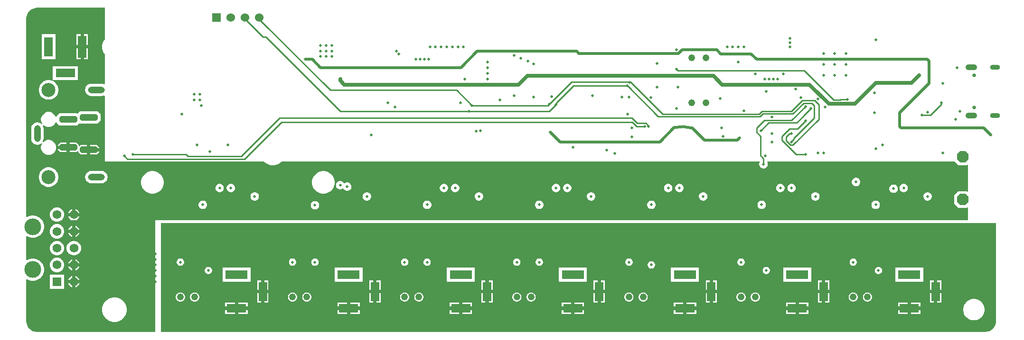
<source format=gbl>
G04*
G04 #@! TF.GenerationSoftware,Altium Limited,Altium Designer,24.5.2 (23)*
G04*
G04 Layer_Physical_Order=4*
G04 Layer_Color=16711680*
%FSLAX44Y44*%
%MOMM*%
G71*
G04*
G04 #@! TF.SameCoordinates,89E67EBC-8B33-4F8A-85E1-C4BFE03A709E*
G04*
G04*
G04 #@! TF.FilePolarity,Positive*
G04*
G01*
G75*
%ADD12C,0.2540*%
%ADD79C,3.0000*%
%ADD80C,1.5700*%
%ADD81R,1.5700X1.5700*%
%ADD100C,0.6350*%
%ADD101C,0.5080*%
%ADD103C,1.5240*%
%ADD104R,1.5240X1.5240*%
G04:AMPARAMS|DCode=105|XSize=2mm|YSize=2mm|CornerRadius=0mm|HoleSize=0mm|Usage=FLASHONLY|Rotation=0.000|XOffset=0mm|YOffset=0mm|HoleType=Round|Shape=Octagon|*
%AMOCTAGOND105*
4,1,8,1.0000,-0.5000,1.0000,0.5000,0.5000,1.0000,-0.5000,1.0000,-1.0000,0.5000,-1.0000,-0.5000,-0.5000,-1.0000,0.5000,-1.0000,1.0000,-0.5000,0.0*
%
%ADD105OCTAGOND105*%

%ADD106C,1.2192*%
%ADD107R,4.0000X1.5000*%
%ADD108R,3.5000X1.5000*%
%ADD109R,1.5000X3.5000*%
%ADD110O,2.1000X1.0500*%
%ADD111O,1.8000X0.9000*%
%ADD112C,0.6500*%
%ADD113C,2.5000*%
G04:AMPARAMS|DCode=114|XSize=1.2mm|YSize=3.2mm|CornerRadius=0mm|HoleSize=0mm|Usage=FLASHONLY|Rotation=90.000|XOffset=0mm|YOffset=0mm|HoleType=Round|Shape=Octagon|*
%AMOCTAGOND114*
4,1,8,-1.6000,-0.3000,-1.6000,0.3000,-1.3000,0.6000,1.3000,0.6000,1.6000,0.3000,1.6000,-0.3000,1.3000,-0.6000,-1.3000,-0.6000,-1.6000,-0.3000,0.0*
%
%ADD114OCTAGOND114*%

%ADD115O,1.2000X3.0000*%
%ADD116O,3.0000X1.2000*%
%ADD117R,1.5000X4.0000*%
%ADD118C,0.5000*%
G36*
X150000Y533408D02*
X148004Y530421D01*
X146346Y526417D01*
X145500Y522167D01*
Y517833D01*
X146346Y513583D01*
X148004Y509579D01*
X150000Y506592D01*
Y453796D01*
X148730Y452947D01*
X146872Y453717D01*
X144000Y454095D01*
X126000D01*
X123128Y453717D01*
X120452Y452608D01*
X118155Y450845D01*
X116391Y448547D01*
X115283Y445872D01*
X114905Y443000D01*
X115283Y440128D01*
X116391Y437453D01*
X118155Y435155D01*
X120452Y433391D01*
X123128Y432283D01*
X126000Y431905D01*
X144000D01*
X146872Y432283D01*
X148730Y433053D01*
X150000Y432204D01*
Y315000D01*
X433887D01*
X435976Y312911D01*
X439579Y310504D01*
X443583Y308846D01*
X447833Y308000D01*
X452167D01*
X456417Y308846D01*
X460421Y310504D01*
X464024Y312911D01*
X466113Y315000D01*
X1317760D01*
X1318493Y313730D01*
X1318011Y312895D01*
X1317500Y310987D01*
Y309013D01*
X1318011Y307105D01*
X1318999Y305395D01*
X1320395Y303999D01*
X1322105Y303011D01*
X1324013Y302500D01*
X1325987D01*
X1327895Y303011D01*
X1329605Y303999D01*
X1331001Y305395D01*
X1331989Y307105D01*
X1332500Y309013D01*
Y310987D01*
X1331989Y312895D01*
X1331507Y313730D01*
X1332240Y315000D01*
X1665500D01*
X1672500Y308000D01*
X1687500D01*
X1688827Y309327D01*
X1690000Y308841D01*
Y261159D01*
X1688827Y260673D01*
X1687500Y262000D01*
X1672500D01*
X1665000Y254500D01*
Y239500D01*
X1672500Y232000D01*
X1687500D01*
X1688827Y233327D01*
X1690000Y232841D01*
Y210000D01*
X240000D01*
Y10248D01*
X28705D01*
X26138Y10586D01*
X23637Y11256D01*
X21245Y12247D01*
X19003Y13541D01*
X16948Y15117D01*
X15117Y16948D01*
X13541Y19003D01*
X12247Y21245D01*
X11256Y23637D01*
X10586Y26138D01*
X10248Y28705D01*
Y30000D01*
Y103818D01*
X11368Y104417D01*
X12326Y103776D01*
X15966Y102269D01*
X19830Y101500D01*
X23770D01*
X27634Y102269D01*
X31274Y103776D01*
X34549Y105965D01*
X37335Y108751D01*
X39524Y112027D01*
X41031Y115666D01*
X41800Y119530D01*
Y123470D01*
X41031Y127334D01*
X39524Y130974D01*
X37335Y134249D01*
X34549Y137035D01*
X31274Y139224D01*
X27634Y140731D01*
X23770Y141500D01*
X19830D01*
X15966Y140731D01*
X12326Y139224D01*
X11368Y138583D01*
X10248Y139182D01*
Y180818D01*
X11368Y181417D01*
X12326Y180776D01*
X15966Y179269D01*
X19830Y178500D01*
X23770D01*
X27634Y179269D01*
X31274Y180776D01*
X34549Y182965D01*
X37335Y185751D01*
X39524Y189027D01*
X41031Y192666D01*
X41800Y196530D01*
Y200470D01*
X41031Y204334D01*
X39524Y207973D01*
X38918Y208880D01*
X39517Y210000D01*
X38170D01*
X37335Y211249D01*
X34549Y214035D01*
X31274Y216224D01*
X27634Y217731D01*
X23770Y218500D01*
X19830D01*
X15966Y217731D01*
X12326Y216224D01*
X11368Y215583D01*
X10248Y216182D01*
Y570000D01*
Y571295D01*
X10586Y573862D01*
X11256Y576363D01*
X12247Y578755D01*
X13541Y580997D01*
X15117Y583051D01*
X16948Y584883D01*
X19003Y586459D01*
X21245Y587753D01*
X23637Y588744D01*
X26138Y589414D01*
X28705Y589752D01*
X150000D01*
Y533408D01*
D02*
G37*
G36*
X1739753Y30000D02*
X1739752Y28705D01*
X1739415Y26138D01*
X1738744Y23637D01*
X1737753Y21245D01*
X1736459Y19002D01*
X1734883Y16948D01*
X1733052Y15117D01*
X1730997Y13541D01*
X1728755Y12247D01*
X1726363Y11256D01*
X1723862Y10586D01*
X1721295Y10248D01*
X250000D01*
Y204902D01*
X1690000D01*
X1690493Y205000D01*
X1739753D01*
Y30000D01*
D02*
G37*
%LPC*%
G36*
X120040Y542540D02*
X113000D01*
Y523000D01*
X120040D01*
Y542540D01*
D02*
G37*
G36*
X107000D02*
X99960D01*
Y523000D01*
X107000D01*
Y542540D01*
D02*
G37*
G36*
X62500Y542500D02*
X37500D01*
Y497500D01*
X62500D01*
Y542500D01*
D02*
G37*
G36*
X120040Y517000D02*
X113000D01*
Y497460D01*
X120040D01*
Y517000D01*
D02*
G37*
G36*
X107000D02*
X99960D01*
Y497460D01*
X107000D01*
Y517000D01*
D02*
G37*
G36*
X102500Y485500D02*
X57500D01*
Y460500D01*
X102500D01*
Y485500D01*
D02*
G37*
G36*
X51724Y460500D02*
X48276D01*
X44895Y459827D01*
X41711Y458508D01*
X38844Y456593D01*
X36407Y454156D01*
X34492Y451289D01*
X33173Y448105D01*
X32500Y444724D01*
Y441276D01*
X33173Y437895D01*
X34492Y434711D01*
X36407Y431844D01*
X38844Y429407D01*
X41711Y427492D01*
X44895Y426172D01*
X48276Y425500D01*
X51724D01*
X55105Y426172D01*
X58289Y427492D01*
X61156Y429407D01*
X63593Y431844D01*
X65508Y434711D01*
X66828Y437895D01*
X67500Y441276D01*
Y444724D01*
X66828Y448105D01*
X65508Y451289D01*
X63593Y454156D01*
X61156Y456593D01*
X58289Y458508D01*
X55105Y459827D01*
X51724Y460500D01*
D02*
G37*
G36*
X137000Y405000D02*
X106000D01*
X101250Y400250D01*
X100500Y401000D01*
X69500D01*
X64000Y395500D01*
Y394818D01*
X62730Y394651D01*
X62580Y395211D01*
X60803Y398289D01*
X58289Y400803D01*
X55211Y402580D01*
X51777Y403500D01*
X48223D01*
X44789Y402580D01*
X41711Y400803D01*
X39197Y398289D01*
X37420Y395211D01*
X36500Y391777D01*
Y388223D01*
X37420Y384789D01*
X38474Y382964D01*
X37501Y382110D01*
X35547Y383609D01*
X32872Y384717D01*
X30000Y385095D01*
X27128Y384717D01*
X24453Y383609D01*
X22155Y381845D01*
X20391Y379547D01*
X19283Y376872D01*
X18905Y374000D01*
Y356000D01*
X19283Y353128D01*
X20391Y350452D01*
X22155Y348155D01*
X24453Y346391D01*
X27128Y345283D01*
X30000Y344905D01*
X32872Y345283D01*
X35547Y346391D01*
X37501Y347890D01*
X38474Y347036D01*
X37420Y345211D01*
X36500Y341777D01*
Y338223D01*
X37420Y334789D01*
X39197Y331711D01*
X41711Y329197D01*
X44789Y327420D01*
X48223Y326500D01*
X51777D01*
X55211Y327420D01*
X58289Y329197D01*
X60803Y331711D01*
X62580Y334789D01*
X63500Y338223D01*
Y341777D01*
X62580Y345211D01*
X60803Y348289D01*
X58289Y350803D01*
X55211Y352580D01*
X51777Y353500D01*
X48223D01*
X44789Y352580D01*
X41711Y350803D01*
X40626Y349718D01*
X39609Y350453D01*
X40717Y353128D01*
X41095Y356000D01*
Y374000D01*
X40717Y376872D01*
X39609Y379547D01*
X40626Y380282D01*
X41711Y379197D01*
X44789Y377420D01*
X48223Y376500D01*
X51777D01*
X55211Y377420D01*
X58289Y379197D01*
X60803Y381711D01*
X62580Y384789D01*
X62730Y385349D01*
X64000Y385182D01*
Y384500D01*
X69500Y379000D01*
X100500D01*
X105250Y383750D01*
X106000Y383000D01*
X137000D01*
X142500Y388500D01*
Y399500D01*
X137000Y405000D01*
D02*
G37*
G36*
X82000Y348540D02*
X70730D01*
X66460Y344270D01*
Y343000D01*
X82000D01*
Y348540D01*
D02*
G37*
G36*
X135770Y344540D02*
X124500D01*
Y339000D01*
X140040D01*
Y340270D01*
X135770Y344540D01*
D02*
G37*
G36*
X82000Y337000D02*
X66460D01*
Y335730D01*
X70730Y331460D01*
X82000D01*
Y337000D01*
D02*
G37*
G36*
X140040Y333000D02*
X124500D01*
Y327460D01*
X135770D01*
X140040Y331730D01*
Y333000D01*
D02*
G37*
G36*
X99270Y348540D02*
X88000D01*
Y340000D01*
Y331460D01*
X99270D01*
X101787Y333977D01*
X102960Y333491D01*
Y331730D01*
X107230Y327460D01*
X118500D01*
Y336000D01*
Y344540D01*
X107230D01*
X104713Y342023D01*
X103540Y342509D01*
Y344270D01*
X99270Y348540D01*
D02*
G37*
G36*
X144000Y298095D02*
X126000D01*
X123128Y297717D01*
X120452Y296608D01*
X118155Y294845D01*
X116391Y292547D01*
X115283Y289872D01*
X114905Y287000D01*
X115283Y284128D01*
X116391Y281453D01*
X118155Y279155D01*
X120452Y277391D01*
X123128Y276283D01*
X126000Y275905D01*
X144000D01*
X146872Y276283D01*
X149547Y277391D01*
X151845Y279155D01*
X153609Y281453D01*
X154717Y284128D01*
X155095Y287000D01*
X154717Y289872D01*
X153609Y292547D01*
X151845Y294845D01*
X149547Y296608D01*
X146872Y297717D01*
X144000Y298095D01*
D02*
G37*
G36*
X1490907Y285793D02*
X1488932D01*
X1487025Y285282D01*
X1485314Y284295D01*
X1483918Y282898D01*
X1482930Y281188D01*
X1482419Y279281D01*
Y277306D01*
X1482930Y275398D01*
X1483918Y273688D01*
X1485314Y272292D01*
X1487025Y271304D01*
X1488932Y270793D01*
X1490907D01*
X1492814Y271304D01*
X1494525Y272292D01*
X1495921Y273688D01*
X1496908Y275398D01*
X1497419Y277306D01*
Y279281D01*
X1496908Y281188D01*
X1495921Y282898D01*
X1494525Y284295D01*
X1492814Y285282D01*
X1490907Y285793D01*
D02*
G37*
G36*
X51724Y304500D02*
X48276D01*
X44895Y303827D01*
X41711Y302508D01*
X38844Y300593D01*
X36407Y298156D01*
X34492Y295289D01*
X33173Y292104D01*
X32500Y288724D01*
Y285276D01*
X33173Y281895D01*
X34492Y278711D01*
X36407Y275844D01*
X38844Y273407D01*
X41711Y271492D01*
X44895Y270173D01*
X48276Y269500D01*
X51724D01*
X55105Y270173D01*
X58289Y271492D01*
X61156Y273407D01*
X63593Y275844D01*
X65508Y278711D01*
X66828Y281895D01*
X67500Y285276D01*
Y288724D01*
X66828Y292104D01*
X65508Y295289D01*
X63593Y298156D01*
X61156Y300593D01*
X58289Y302508D01*
X55105Y303827D01*
X51724Y304500D01*
D02*
G37*
G36*
X570987Y280000D02*
X569013D01*
X567105Y279489D01*
X565395Y278501D01*
X563998Y277105D01*
X563011Y275395D01*
X562500Y273487D01*
Y271513D01*
X563011Y269605D01*
X563998Y267895D01*
X565395Y266499D01*
X567105Y265511D01*
X569013Y265000D01*
X570987D01*
X572895Y265511D01*
X574605Y266499D01*
X576059Y266156D01*
X576498Y265395D01*
X577895Y263999D01*
X579605Y263011D01*
X581513Y262500D01*
X583487D01*
X585395Y263011D01*
X587105Y263999D01*
X588502Y265395D01*
X589489Y267105D01*
X590000Y269013D01*
Y270987D01*
X589489Y272895D01*
X588502Y274605D01*
X587105Y276001D01*
X585395Y276989D01*
X583487Y277500D01*
X581513D01*
X579605Y276989D01*
X577895Y276001D01*
X576441Y276344D01*
X576002Y277105D01*
X574605Y278501D01*
X572895Y279489D01*
X570987Y280000D01*
D02*
G37*
G36*
X1575987Y275000D02*
X1574013D01*
X1572105Y274489D01*
X1570395Y273501D01*
X1568999Y272105D01*
X1568011Y270395D01*
X1567500Y268487D01*
Y266513D01*
X1568011Y264605D01*
X1568999Y262895D01*
X1570395Y261499D01*
X1572105Y260511D01*
X1574013Y260000D01*
X1575987D01*
X1577895Y260511D01*
X1579605Y261499D01*
X1581001Y262895D01*
X1581989Y264605D01*
X1582500Y266513D01*
Y268487D01*
X1581989Y270395D01*
X1581001Y272105D01*
X1579605Y273501D01*
X1577895Y274489D01*
X1575987Y275000D01*
D02*
G37*
G36*
X1375987D02*
X1374013D01*
X1372105Y274489D01*
X1370395Y273501D01*
X1368999Y272105D01*
X1368011Y270395D01*
X1367500Y268487D01*
Y266513D01*
X1368011Y264605D01*
X1368999Y262895D01*
X1370395Y261499D01*
X1372105Y260511D01*
X1374013Y260000D01*
X1375987D01*
X1377895Y260511D01*
X1379605Y261499D01*
X1381001Y262895D01*
X1381989Y264605D01*
X1382500Y266513D01*
Y268487D01*
X1381989Y270395D01*
X1381001Y272105D01*
X1379605Y273501D01*
X1377895Y274489D01*
X1375987Y275000D01*
D02*
G37*
G36*
X1355987D02*
X1354013D01*
X1352105Y274489D01*
X1350395Y273501D01*
X1348999Y272105D01*
X1348011Y270395D01*
X1347500Y268487D01*
Y266513D01*
X1348011Y264605D01*
X1348999Y262895D01*
X1350395Y261499D01*
X1352105Y260511D01*
X1354013Y260000D01*
X1355987D01*
X1357895Y260511D01*
X1359605Y261499D01*
X1361001Y262895D01*
X1361989Y264605D01*
X1362500Y266513D01*
Y268487D01*
X1361989Y270395D01*
X1361001Y272105D01*
X1359605Y273501D01*
X1357895Y274489D01*
X1355987Y275000D01*
D02*
G37*
G36*
X1175987D02*
X1174013D01*
X1172105Y274489D01*
X1170395Y273501D01*
X1168998Y272105D01*
X1168011Y270395D01*
X1167500Y268487D01*
Y266513D01*
X1168011Y264605D01*
X1168998Y262895D01*
X1170395Y261499D01*
X1172105Y260511D01*
X1174013Y260000D01*
X1175987D01*
X1177895Y260511D01*
X1179605Y261499D01*
X1181002Y262895D01*
X1181989Y264605D01*
X1182500Y266513D01*
Y268487D01*
X1181989Y270395D01*
X1181002Y272105D01*
X1179605Y273501D01*
X1177895Y274489D01*
X1175987Y275000D01*
D02*
G37*
G36*
X1155987D02*
X1154013D01*
X1152105Y274489D01*
X1150395Y273501D01*
X1148998Y272105D01*
X1148011Y270395D01*
X1147500Y268487D01*
Y266513D01*
X1148011Y264605D01*
X1148998Y262895D01*
X1150395Y261499D01*
X1152105Y260511D01*
X1154013Y260000D01*
X1155987D01*
X1157895Y260511D01*
X1159605Y261499D01*
X1161002Y262895D01*
X1161989Y264605D01*
X1162500Y266513D01*
Y268487D01*
X1161989Y270395D01*
X1161002Y272105D01*
X1159605Y273501D01*
X1157895Y274489D01*
X1155987Y275000D01*
D02*
G37*
G36*
X975987D02*
X974013D01*
X972105Y274489D01*
X970395Y273501D01*
X968998Y272105D01*
X968011Y270395D01*
X967500Y268487D01*
Y266513D01*
X968011Y264605D01*
X968998Y262895D01*
X970395Y261499D01*
X972105Y260511D01*
X974013Y260000D01*
X975987D01*
X977895Y260511D01*
X979605Y261499D01*
X981002Y262895D01*
X981989Y264605D01*
X982500Y266513D01*
Y268487D01*
X981989Y270395D01*
X981002Y272105D01*
X979605Y273501D01*
X977895Y274489D01*
X975987Y275000D01*
D02*
G37*
G36*
X955987D02*
X954013D01*
X952105Y274489D01*
X950395Y273501D01*
X948998Y272105D01*
X948011Y270395D01*
X947500Y268487D01*
Y266513D01*
X948011Y264605D01*
X948998Y262895D01*
X950395Y261499D01*
X952105Y260511D01*
X954013Y260000D01*
X955987D01*
X957895Y260511D01*
X959605Y261499D01*
X961002Y262895D01*
X961989Y264605D01*
X962500Y266513D01*
Y268487D01*
X961989Y270395D01*
X961002Y272105D01*
X959605Y273501D01*
X957895Y274489D01*
X955987Y275000D01*
D02*
G37*
G36*
X775987D02*
X774013D01*
X772105Y274489D01*
X770395Y273501D01*
X768998Y272105D01*
X768011Y270395D01*
X767500Y268487D01*
Y266513D01*
X768011Y264605D01*
X768998Y262895D01*
X770395Y261499D01*
X772105Y260511D01*
X774013Y260000D01*
X775987D01*
X777895Y260511D01*
X779605Y261499D01*
X781002Y262895D01*
X781989Y264605D01*
X782500Y266513D01*
Y268487D01*
X781989Y270395D01*
X781002Y272105D01*
X779605Y273501D01*
X777895Y274489D01*
X775987Y275000D01*
D02*
G37*
G36*
X755987D02*
X754013D01*
X752105Y274489D01*
X750395Y273501D01*
X748998Y272105D01*
X748011Y270395D01*
X747500Y268487D01*
Y266513D01*
X748011Y264605D01*
X748998Y262895D01*
X750395Y261499D01*
X752105Y260511D01*
X754013Y260000D01*
X755987D01*
X757895Y260511D01*
X759605Y261499D01*
X761002Y262895D01*
X761989Y264605D01*
X762500Y266513D01*
Y268487D01*
X761989Y270395D01*
X761002Y272105D01*
X759605Y273501D01*
X757895Y274489D01*
X755987Y275000D01*
D02*
G37*
G36*
X375987D02*
X374013D01*
X372105Y274489D01*
X370395Y273501D01*
X368998Y272105D01*
X368011Y270395D01*
X367500Y268487D01*
Y266513D01*
X368011Y264605D01*
X368998Y262895D01*
X370395Y261499D01*
X372105Y260511D01*
X374013Y260000D01*
X375987D01*
X377895Y260511D01*
X379605Y261499D01*
X381002Y262895D01*
X381989Y264605D01*
X382500Y266513D01*
Y268487D01*
X381989Y270395D01*
X381002Y272105D01*
X379605Y273501D01*
X377895Y274489D01*
X375987Y275000D01*
D02*
G37*
G36*
X355987D02*
X354013D01*
X352105Y274489D01*
X350395Y273501D01*
X348998Y272105D01*
X348011Y270395D01*
X347500Y268487D01*
Y266513D01*
X348011Y264605D01*
X348998Y262895D01*
X350395Y261499D01*
X352105Y260511D01*
X354013Y260000D01*
X355987D01*
X357895Y260511D01*
X359605Y261499D01*
X361002Y262895D01*
X361989Y264605D01*
X362500Y266513D01*
Y268487D01*
X361989Y270395D01*
X361002Y272105D01*
X359605Y273501D01*
X357895Y274489D01*
X355987Y275000D01*
D02*
G37*
G36*
X1557928Y273810D02*
X1555953D01*
X1554046Y273298D01*
X1552335Y272311D01*
X1550939Y270915D01*
X1549952Y269204D01*
X1549440Y267297D01*
Y265322D01*
X1549952Y263415D01*
X1550939Y261704D01*
X1552335Y260308D01*
X1554046Y259321D01*
X1555953Y258810D01*
X1557928D01*
X1559835Y259321D01*
X1561546Y260308D01*
X1562942Y261704D01*
X1563929Y263415D01*
X1564440Y265322D01*
Y267297D01*
X1563929Y269204D01*
X1562942Y270915D01*
X1561546Y272311D01*
X1559835Y273298D01*
X1557928Y273810D01*
D02*
G37*
G36*
X541993Y297740D02*
X538007D01*
X534096Y296962D01*
X530413Y295436D01*
X527098Y293221D01*
X524279Y290402D01*
X522063Y287087D01*
X520538Y283404D01*
X519760Y279494D01*
Y275506D01*
X520538Y271596D01*
X522063Y267913D01*
X524279Y264598D01*
X527098Y261779D01*
X530413Y259564D01*
X534096Y258038D01*
X538007Y257260D01*
X541993D01*
X545904Y258038D01*
X549587Y259564D01*
X552902Y261779D01*
X555721Y264598D01*
X557937Y267913D01*
X559462Y271596D01*
X560240Y275506D01*
Y279494D01*
X559462Y283404D01*
X557937Y287087D01*
X555721Y290402D01*
X552902Y293221D01*
X549587Y295436D01*
X545904Y296962D01*
X541993Y297740D01*
D02*
G37*
G36*
X237194D02*
X233207D01*
X229296Y296962D01*
X225613Y295436D01*
X222298Y293221D01*
X219479Y290402D01*
X217264Y287087D01*
X215738Y283404D01*
X214960Y279494D01*
Y275506D01*
X215738Y271596D01*
X217264Y267913D01*
X219479Y264598D01*
X222298Y261779D01*
X225613Y259564D01*
X229296Y258038D01*
X233207Y257260D01*
X237194D01*
X241104Y258038D01*
X244787Y259564D01*
X248102Y261779D01*
X250921Y264598D01*
X253137Y267913D01*
X254662Y271596D01*
X255440Y275506D01*
Y279494D01*
X254662Y283404D01*
X253137Y287087D01*
X250921Y290402D01*
X248102Y293221D01*
X244787Y295436D01*
X241104Y296962D01*
X237194Y297740D01*
D02*
G37*
G36*
X1618487Y260000D02*
X1616513D01*
X1614605Y259489D01*
X1612895Y258501D01*
X1611499Y257105D01*
X1610511Y255395D01*
X1610000Y253487D01*
Y251513D01*
X1610511Y249605D01*
X1611499Y247895D01*
X1612895Y246499D01*
X1614605Y245511D01*
X1616513Y245000D01*
X1618487D01*
X1620395Y245511D01*
X1622105Y246499D01*
X1623501Y247895D01*
X1624489Y249605D01*
X1625000Y251513D01*
Y253487D01*
X1624489Y255395D01*
X1623501Y257105D01*
X1622105Y258501D01*
X1620395Y259489D01*
X1618487Y260000D01*
D02*
G37*
G36*
X1418487D02*
X1416513D01*
X1414605Y259489D01*
X1412895Y258501D01*
X1411499Y257105D01*
X1410511Y255395D01*
X1410000Y253487D01*
Y251513D01*
X1410511Y249605D01*
X1411499Y247895D01*
X1412895Y246499D01*
X1414605Y245511D01*
X1416513Y245000D01*
X1418487D01*
X1420395Y245511D01*
X1422105Y246499D01*
X1423501Y247895D01*
X1424489Y249605D01*
X1425000Y251513D01*
Y253487D01*
X1424489Y255395D01*
X1423501Y257105D01*
X1422105Y258501D01*
X1420395Y259489D01*
X1418487Y260000D01*
D02*
G37*
G36*
X1218487D02*
X1216513D01*
X1214605Y259489D01*
X1212895Y258501D01*
X1211498Y257105D01*
X1210511Y255395D01*
X1210000Y253487D01*
Y251513D01*
X1210511Y249605D01*
X1211498Y247895D01*
X1212895Y246499D01*
X1214605Y245511D01*
X1216513Y245000D01*
X1218487D01*
X1220395Y245511D01*
X1222105Y246499D01*
X1223502Y247895D01*
X1224489Y249605D01*
X1225000Y251513D01*
Y253487D01*
X1224489Y255395D01*
X1223502Y257105D01*
X1222105Y258501D01*
X1220395Y259489D01*
X1218487Y260000D01*
D02*
G37*
G36*
X1018487D02*
X1016513D01*
X1014605Y259489D01*
X1012895Y258501D01*
X1011498Y257105D01*
X1010511Y255395D01*
X1010000Y253487D01*
Y251513D01*
X1010511Y249605D01*
X1011498Y247895D01*
X1012895Y246499D01*
X1014605Y245511D01*
X1016513Y245000D01*
X1018487D01*
X1020395Y245511D01*
X1022105Y246499D01*
X1023502Y247895D01*
X1024489Y249605D01*
X1025000Y251513D01*
Y253487D01*
X1024489Y255395D01*
X1023502Y257105D01*
X1022105Y258501D01*
X1020395Y259489D01*
X1018487Y260000D01*
D02*
G37*
G36*
X818487D02*
X816513D01*
X814605Y259489D01*
X812895Y258501D01*
X811498Y257105D01*
X810511Y255395D01*
X810000Y253487D01*
Y251513D01*
X810511Y249605D01*
X811498Y247895D01*
X812895Y246499D01*
X814605Y245511D01*
X816513Y245000D01*
X818487D01*
X820395Y245511D01*
X822105Y246499D01*
X823502Y247895D01*
X824489Y249605D01*
X825000Y251513D01*
Y253487D01*
X824489Y255395D01*
X823502Y257105D01*
X822105Y258501D01*
X820395Y259489D01*
X818487Y260000D01*
D02*
G37*
G36*
X618487D02*
X616513D01*
X614605Y259489D01*
X612895Y258501D01*
X611498Y257105D01*
X610511Y255395D01*
X610000Y253487D01*
Y251513D01*
X610511Y249605D01*
X611498Y247895D01*
X612895Y246499D01*
X614605Y245511D01*
X616513Y245000D01*
X618487D01*
X620395Y245511D01*
X622105Y246499D01*
X623502Y247895D01*
X624489Y249605D01*
X625000Y251513D01*
Y253487D01*
X624489Y255395D01*
X623502Y257105D01*
X622105Y258501D01*
X620395Y259489D01*
X618487Y260000D01*
D02*
G37*
G36*
X418487D02*
X416513D01*
X414605Y259489D01*
X412895Y258501D01*
X411498Y257105D01*
X410511Y255395D01*
X410000Y253487D01*
Y251513D01*
X410511Y249605D01*
X411498Y247895D01*
X412895Y246499D01*
X414605Y245511D01*
X416513Y245000D01*
X418487D01*
X420395Y245511D01*
X422105Y246499D01*
X423502Y247895D01*
X424489Y249605D01*
X425000Y251513D01*
Y253487D01*
X424489Y255395D01*
X423502Y257105D01*
X422105Y258501D01*
X420395Y259489D01*
X418487Y260000D01*
D02*
G37*
G36*
X1525987Y245000D02*
X1524013D01*
X1522105Y244489D01*
X1520395Y243501D01*
X1518999Y242105D01*
X1518011Y240395D01*
X1517500Y238487D01*
Y236513D01*
X1518011Y234605D01*
X1518999Y232895D01*
X1520395Y231499D01*
X1522105Y230511D01*
X1524013Y230000D01*
X1525987D01*
X1527895Y230511D01*
X1529605Y231499D01*
X1531001Y232895D01*
X1531989Y234605D01*
X1532500Y236513D01*
Y238487D01*
X1531989Y240395D01*
X1531001Y242105D01*
X1529605Y243501D01*
X1527895Y244489D01*
X1525987Y245000D01*
D02*
G37*
G36*
X1125987D02*
X1124013D01*
X1122105Y244489D01*
X1120395Y243501D01*
X1118998Y242105D01*
X1118011Y240395D01*
X1117500Y238487D01*
Y236513D01*
X1118011Y234605D01*
X1118998Y232895D01*
X1120395Y231499D01*
X1122105Y230511D01*
X1124013Y230000D01*
X1125987D01*
X1127895Y230511D01*
X1129605Y231499D01*
X1131002Y232895D01*
X1131989Y234605D01*
X1132500Y236513D01*
Y238487D01*
X1131989Y240395D01*
X1131002Y242105D01*
X1129605Y243501D01*
X1127895Y244489D01*
X1125987Y245000D01*
D02*
G37*
G36*
X925987D02*
X924013D01*
X922105Y244489D01*
X920395Y243501D01*
X918998Y242105D01*
X918011Y240395D01*
X917500Y238487D01*
Y236513D01*
X918011Y234605D01*
X918998Y232895D01*
X920395Y231499D01*
X922105Y230511D01*
X924013Y230000D01*
X925987D01*
X927895Y230511D01*
X929605Y231499D01*
X931002Y232895D01*
X931989Y234605D01*
X932500Y236513D01*
Y238487D01*
X931989Y240395D01*
X931002Y242105D01*
X929605Y243501D01*
X927895Y244489D01*
X925987Y245000D01*
D02*
G37*
G36*
X725987D02*
X724013D01*
X722105Y244489D01*
X720395Y243501D01*
X718998Y242105D01*
X718011Y240395D01*
X717500Y238487D01*
Y236513D01*
X718011Y234605D01*
X718998Y232895D01*
X720395Y231499D01*
X722105Y230511D01*
X724013Y230000D01*
X725987D01*
X727895Y230511D01*
X729605Y231499D01*
X731002Y232895D01*
X731989Y234605D01*
X732500Y236513D01*
Y238487D01*
X731989Y240395D01*
X731002Y242105D01*
X729605Y243501D01*
X727895Y244489D01*
X725987Y245000D01*
D02*
G37*
G36*
X325987D02*
X324013D01*
X322105Y244489D01*
X320395Y243501D01*
X318999Y242105D01*
X318011Y240395D01*
X317500Y238487D01*
Y236513D01*
X318011Y234605D01*
X318999Y232895D01*
X320395Y231499D01*
X322105Y230511D01*
X324013Y230000D01*
X325987D01*
X327895Y230511D01*
X329605Y231499D01*
X331002Y232895D01*
X331989Y234605D01*
X332500Y236513D01*
Y238487D01*
X331989Y240395D01*
X331002Y242105D01*
X329605Y243501D01*
X327895Y244489D01*
X325987Y245000D01*
D02*
G37*
G36*
X1322676Y244999D02*
X1320701D01*
X1318793Y244488D01*
X1317083Y243500D01*
X1315687Y242104D01*
X1314699Y240394D01*
X1314188Y238486D01*
Y236511D01*
X1314699Y234604D01*
X1315687Y232894D01*
X1317083Y231497D01*
X1318793Y230510D01*
X1320701Y229999D01*
X1322676D01*
X1324583Y230510D01*
X1326293Y231497D01*
X1327690Y232894D01*
X1328677Y234604D01*
X1329188Y236511D01*
Y238486D01*
X1328677Y240394D01*
X1327690Y242104D01*
X1326293Y243500D01*
X1324583Y244488D01*
X1322676Y244999D01*
D02*
G37*
G36*
X525987Y244230D02*
X524013D01*
X522105Y243719D01*
X520395Y242731D01*
X518998Y241335D01*
X518011Y239625D01*
X517500Y237717D01*
Y235743D01*
X518011Y233835D01*
X518998Y232125D01*
X520395Y230728D01*
X522105Y229741D01*
X524013Y229230D01*
X525987D01*
X527895Y229741D01*
X529605Y230728D01*
X531002Y232125D01*
X531989Y233835D01*
X532500Y235743D01*
Y237717D01*
X531989Y239625D01*
X531002Y241335D01*
X529605Y242731D01*
X527895Y243719D01*
X525987Y244230D01*
D02*
G37*
G36*
X98000Y229953D02*
Y223000D01*
X104953D01*
X104682Y224010D01*
X103314Y226380D01*
X101380Y228314D01*
X99010Y229682D01*
X98000Y229953D01*
D02*
G37*
G36*
X92000Y229953D02*
X90990Y229682D01*
X88620Y228314D01*
X86686Y226380D01*
X85318Y224010D01*
X85047Y223000D01*
X92000D01*
Y229953D01*
D02*
G37*
G36*
X104953Y217000D02*
X95000D01*
X85047D01*
X85318Y215990D01*
X86686Y213620D01*
X88620Y211686D01*
X89341Y211270D01*
X89001Y210000D01*
X92177D01*
X93632Y209610D01*
X96368D01*
X97823Y210000D01*
X100999D01*
X100659Y211270D01*
X101380Y211686D01*
X103314Y213620D01*
X104682Y215990D01*
X104953Y217000D01*
D02*
G37*
G36*
X66692Y232850D02*
X63308D01*
X60040Y231974D01*
X57110Y230282D01*
X54717Y227890D01*
X53026Y224960D01*
X52150Y221692D01*
Y218308D01*
X53026Y215040D01*
X54717Y212110D01*
X55654Y211173D01*
X55168Y210000D01*
X56827D01*
X57110Y209718D01*
X60040Y208026D01*
X63308Y207150D01*
X66692D01*
X69960Y208026D01*
X72890Y209718D01*
X73173Y210000D01*
X74832D01*
X74346Y211173D01*
X75283Y212110D01*
X76974Y215040D01*
X77850Y218308D01*
Y221692D01*
X76974Y224960D01*
X75283Y227890D01*
X72890Y230282D01*
X69960Y231974D01*
X66692Y232850D01*
D02*
G37*
G36*
X98000Y199953D02*
Y193000D01*
X104953D01*
X104682Y194010D01*
X103314Y196380D01*
X101380Y198314D01*
X99010Y199682D01*
X98000Y199953D01*
D02*
G37*
G36*
X92000Y199953D02*
X90990Y199682D01*
X88620Y198314D01*
X86686Y196380D01*
X85318Y194010D01*
X85047Y193000D01*
X92000D01*
Y199953D01*
D02*
G37*
G36*
Y187000D02*
X85047D01*
X85318Y185990D01*
X86686Y183620D01*
X88620Y181686D01*
X90990Y180318D01*
X92000Y180047D01*
Y187000D01*
D02*
G37*
G36*
X104953D02*
X98000D01*
Y180047D01*
X99010Y180318D01*
X101380Y181686D01*
X103314Y183620D01*
X104682Y185990D01*
X104953Y187000D01*
D02*
G37*
G36*
X66692Y202850D02*
X63308D01*
X60040Y201974D01*
X57110Y200282D01*
X54717Y197890D01*
X53026Y194960D01*
X52150Y191692D01*
Y188308D01*
X53026Y185040D01*
X54717Y182110D01*
X57110Y179718D01*
X60040Y178026D01*
X63308Y177150D01*
X66692D01*
X69960Y178026D01*
X72890Y179718D01*
X75283Y182110D01*
X76974Y185040D01*
X77850Y188308D01*
Y191692D01*
X76974Y194960D01*
X75283Y197890D01*
X72890Y200282D01*
X69960Y201974D01*
X66692Y202850D01*
D02*
G37*
G36*
X96692Y172850D02*
X93308D01*
X90040Y171974D01*
X87110Y170282D01*
X84718Y167890D01*
X83026Y164960D01*
X82150Y161692D01*
Y158308D01*
X83026Y155040D01*
X84718Y152110D01*
X87110Y149718D01*
X90040Y148026D01*
X93308Y147150D01*
X96692D01*
X99960Y148026D01*
X102890Y149718D01*
X105282Y152110D01*
X106974Y155040D01*
X107850Y158308D01*
Y161692D01*
X106974Y164960D01*
X105282Y167890D01*
X102890Y170282D01*
X99960Y171974D01*
X96692Y172850D01*
D02*
G37*
G36*
X66692D02*
X63308D01*
X60040Y171974D01*
X57110Y170282D01*
X54717Y167890D01*
X53026Y164960D01*
X52150Y161692D01*
Y158308D01*
X53026Y155040D01*
X54717Y152110D01*
X57110Y149718D01*
X60040Y148026D01*
X63308Y147150D01*
X66692D01*
X69960Y148026D01*
X72890Y149718D01*
X75283Y152110D01*
X76974Y155040D01*
X77850Y158308D01*
Y161692D01*
X76974Y164960D01*
X75283Y167890D01*
X72890Y170282D01*
X69960Y171974D01*
X66692Y172850D01*
D02*
G37*
G36*
X98000Y139953D02*
Y133000D01*
X104953D01*
X104682Y134010D01*
X103314Y136380D01*
X101380Y138314D01*
X99010Y139682D01*
X98000Y139953D01*
D02*
G37*
G36*
X92000Y139953D02*
X90990Y139682D01*
X88620Y138314D01*
X86686Y136380D01*
X85318Y134010D01*
X85047Y133000D01*
X92000D01*
Y139953D01*
D02*
G37*
G36*
Y127000D02*
X85047D01*
X85318Y125990D01*
X86686Y123620D01*
X88620Y121686D01*
X90990Y120318D01*
X92000Y120047D01*
Y127000D01*
D02*
G37*
G36*
X104953D02*
X98000D01*
Y120047D01*
X99010Y120318D01*
X101380Y121686D01*
X103314Y123620D01*
X104682Y125990D01*
X104953Y127000D01*
D02*
G37*
G36*
X66692Y142850D02*
X63308D01*
X60040Y141974D01*
X57110Y140282D01*
X54717Y137890D01*
X53026Y134960D01*
X52150Y131692D01*
Y128308D01*
X53026Y125040D01*
X54717Y122110D01*
X57110Y119718D01*
X60040Y118026D01*
X63308Y117150D01*
X66692D01*
X69960Y118026D01*
X72890Y119718D01*
X75283Y122110D01*
X76974Y125040D01*
X77850Y128308D01*
Y131692D01*
X76974Y134960D01*
X75283Y137890D01*
X72890Y140282D01*
X69960Y141974D01*
X66692Y142850D01*
D02*
G37*
G36*
X98000Y109953D02*
Y103000D01*
X104953D01*
X104682Y104010D01*
X103314Y106380D01*
X101380Y108314D01*
X99010Y109682D01*
X98000Y109953D01*
D02*
G37*
G36*
X92000Y109953D02*
X90990Y109682D01*
X88620Y108314D01*
X86686Y106380D01*
X85318Y104010D01*
X85047Y103000D01*
X92000D01*
Y109953D01*
D02*
G37*
G36*
Y97000D02*
X85047D01*
X85318Y95990D01*
X86686Y93620D01*
X88620Y91686D01*
X90990Y90318D01*
X92000Y90047D01*
Y97000D01*
D02*
G37*
G36*
X104953D02*
X98000D01*
Y90047D01*
X99010Y90318D01*
X101380Y91686D01*
X103314Y93620D01*
X104682Y95990D01*
X104953Y97000D01*
D02*
G37*
G36*
X77850Y112850D02*
X52150D01*
Y87150D01*
X77850D01*
Y112850D01*
D02*
G37*
G36*
X169667Y72000D02*
X165333D01*
X161083Y71154D01*
X157079Y69496D01*
X153476Y67088D01*
X150412Y64024D01*
X148004Y60421D01*
X146346Y56417D01*
X145500Y52167D01*
Y47833D01*
X146346Y43583D01*
X148004Y39579D01*
X150412Y35976D01*
X153476Y32912D01*
X157079Y30504D01*
X161083Y28846D01*
X165333Y28000D01*
X169667D01*
X173917Y28846D01*
X177921Y30504D01*
X181524Y32912D01*
X184589Y35976D01*
X186996Y39579D01*
X188654Y43583D01*
X189500Y47833D01*
Y52167D01*
X188654Y56417D01*
X186996Y60421D01*
X184589Y64024D01*
X181524Y67088D01*
X177921Y69496D01*
X173917Y71154D01*
X169667Y72000D01*
D02*
G37*
G36*
X1485856Y141500D02*
X1484144D01*
X1482491Y141057D01*
X1481009Y140201D01*
X1479799Y138991D01*
X1478943Y137509D01*
X1478500Y135856D01*
Y134144D01*
X1478943Y132491D01*
X1479799Y131009D01*
X1481009Y129799D01*
X1482491Y128943D01*
X1484144Y128500D01*
X1485856D01*
X1487509Y128943D01*
X1488991Y129799D01*
X1490201Y131009D01*
X1491057Y132491D01*
X1491500Y134144D01*
Y135856D01*
X1491057Y137509D01*
X1490201Y138991D01*
X1488991Y140201D01*
X1487509Y141057D01*
X1485856Y141500D01*
D02*
G37*
G36*
X1285856D02*
X1284144D01*
X1282491Y141057D01*
X1281009Y140201D01*
X1279799Y138991D01*
X1278943Y137509D01*
X1278500Y135856D01*
Y134144D01*
X1278943Y132491D01*
X1279799Y131009D01*
X1281009Y129799D01*
X1282491Y128943D01*
X1284144Y128500D01*
X1285856D01*
X1287509Y128943D01*
X1288991Y129799D01*
X1290201Y131009D01*
X1291057Y132491D01*
X1291500Y134144D01*
Y135856D01*
X1291057Y137509D01*
X1290201Y138991D01*
X1288991Y140201D01*
X1287509Y141057D01*
X1285856Y141500D01*
D02*
G37*
G36*
X1085856D02*
X1084144D01*
X1082491Y141057D01*
X1081009Y140201D01*
X1079799Y138991D01*
X1078943Y137509D01*
X1078500Y135856D01*
Y134144D01*
X1078943Y132491D01*
X1079799Y131009D01*
X1081009Y129799D01*
X1082491Y128943D01*
X1084144Y128500D01*
X1085856D01*
X1087509Y128943D01*
X1088991Y129799D01*
X1090201Y131009D01*
X1091057Y132491D01*
X1091500Y134144D01*
Y135856D01*
X1091057Y137509D01*
X1090201Y138991D01*
X1088991Y140201D01*
X1087509Y141057D01*
X1085856Y141500D01*
D02*
G37*
G36*
X925856D02*
X924144D01*
X922491Y141057D01*
X921009Y140201D01*
X919799Y138991D01*
X918943Y137509D01*
X918500Y135856D01*
Y134144D01*
X918943Y132491D01*
X919799Y131009D01*
X921009Y129799D01*
X922491Y128943D01*
X924144Y128500D01*
X925856D01*
X927509Y128943D01*
X928991Y129799D01*
X930201Y131009D01*
X931057Y132491D01*
X931500Y134144D01*
Y135856D01*
X931057Y137509D01*
X930201Y138991D01*
X928991Y140201D01*
X927509Y141057D01*
X925856Y141500D01*
D02*
G37*
G36*
X885856D02*
X884144D01*
X882491Y141057D01*
X881009Y140201D01*
X879799Y138991D01*
X878943Y137509D01*
X878500Y135856D01*
Y134144D01*
X878943Y132491D01*
X879799Y131009D01*
X881009Y129799D01*
X882491Y128943D01*
X884144Y128500D01*
X885856D01*
X887509Y128943D01*
X888991Y129799D01*
X890201Y131009D01*
X891057Y132491D01*
X891500Y134144D01*
Y135856D01*
X891057Y137509D01*
X890201Y138991D01*
X888991Y140201D01*
X887509Y141057D01*
X885856Y141500D01*
D02*
G37*
G36*
X725856D02*
X724144D01*
X722491Y141057D01*
X721009Y140201D01*
X719799Y138991D01*
X718943Y137509D01*
X718500Y135856D01*
Y134144D01*
X718943Y132491D01*
X719799Y131009D01*
X721009Y129799D01*
X722491Y128943D01*
X724144Y128500D01*
X725856D01*
X727509Y128943D01*
X728991Y129799D01*
X730201Y131009D01*
X731057Y132491D01*
X731500Y134144D01*
Y135856D01*
X731057Y137509D01*
X730201Y138991D01*
X728991Y140201D01*
X727509Y141057D01*
X725856Y141500D01*
D02*
G37*
G36*
X685856D02*
X684144D01*
X682491Y141057D01*
X681009Y140201D01*
X679799Y138991D01*
X678943Y137509D01*
X678500Y135856D01*
Y134144D01*
X678943Y132491D01*
X679799Y131009D01*
X681009Y129799D01*
X682491Y128943D01*
X684144Y128500D01*
X685856D01*
X687509Y128943D01*
X688991Y129799D01*
X690201Y131009D01*
X691057Y132491D01*
X691500Y134144D01*
Y135856D01*
X691057Y137509D01*
X690201Y138991D01*
X688991Y140201D01*
X687509Y141057D01*
X685856Y141500D01*
D02*
G37*
G36*
X525856D02*
X524144D01*
X522491Y141057D01*
X521009Y140201D01*
X519799Y138991D01*
X518943Y137509D01*
X518500Y135856D01*
Y134144D01*
X518943Y132491D01*
X519799Y131009D01*
X521009Y129799D01*
X522491Y128943D01*
X524144Y128500D01*
X525856D01*
X527509Y128943D01*
X528991Y129799D01*
X530201Y131009D01*
X531057Y132491D01*
X531500Y134144D01*
Y135856D01*
X531057Y137509D01*
X530201Y138991D01*
X528991Y140201D01*
X527509Y141057D01*
X525856Y141500D01*
D02*
G37*
G36*
X485856D02*
X484144D01*
X482491Y141057D01*
X481009Y140201D01*
X479799Y138991D01*
X478943Y137509D01*
X478500Y135856D01*
Y134144D01*
X478943Y132491D01*
X479799Y131009D01*
X481009Y129799D01*
X482491Y128943D01*
X484144Y128500D01*
X485856D01*
X487509Y128943D01*
X488991Y129799D01*
X490201Y131009D01*
X491057Y132491D01*
X491500Y134144D01*
Y135856D01*
X491057Y137509D01*
X490201Y138991D01*
X488991Y140201D01*
X487509Y141057D01*
X485856Y141500D01*
D02*
G37*
G36*
X285856D02*
X284144D01*
X282491Y141057D01*
X281009Y140201D01*
X279799Y138991D01*
X278943Y137509D01*
X278500Y135856D01*
Y134144D01*
X278943Y132491D01*
X279799Y131009D01*
X281009Y129799D01*
X282491Y128943D01*
X284144Y128500D01*
X285856D01*
X287509Y128943D01*
X288991Y129799D01*
X290201Y131009D01*
X291057Y132491D01*
X291500Y134144D01*
Y135856D01*
X291057Y137509D01*
X290201Y138991D01*
X288991Y140201D01*
X287509Y141057D01*
X285856Y141500D01*
D02*
G37*
G36*
X1125856Y136500D02*
X1124144D01*
X1122491Y136057D01*
X1121009Y135201D01*
X1119799Y133991D01*
X1118943Y132509D01*
X1118500Y130856D01*
Y129144D01*
X1118943Y127491D01*
X1119799Y126009D01*
X1121009Y124799D01*
X1122491Y123943D01*
X1124144Y123500D01*
X1125856D01*
X1127509Y123943D01*
X1128991Y124799D01*
X1130201Y126009D01*
X1131057Y127491D01*
X1131500Y129144D01*
Y130856D01*
X1131057Y132509D01*
X1130201Y133991D01*
X1128991Y135201D01*
X1127509Y136057D01*
X1125856Y136500D01*
D02*
G37*
G36*
X1530856Y126500D02*
X1529144D01*
X1527491Y126057D01*
X1526009Y125201D01*
X1524799Y123991D01*
X1523943Y122509D01*
X1523500Y120856D01*
Y119144D01*
X1523943Y117491D01*
X1524799Y116009D01*
X1526009Y114799D01*
X1527491Y113943D01*
X1529144Y113500D01*
X1530856D01*
X1532509Y113943D01*
X1533991Y114799D01*
X1535201Y116009D01*
X1536057Y117491D01*
X1536500Y119144D01*
Y120856D01*
X1536057Y122509D01*
X1535201Y123991D01*
X1533991Y125201D01*
X1532509Y126057D01*
X1530856Y126500D01*
D02*
G37*
G36*
X1330856D02*
X1329144D01*
X1327491Y126057D01*
X1326009Y125201D01*
X1324799Y123991D01*
X1323943Y122509D01*
X1323500Y120856D01*
Y119144D01*
X1323943Y117491D01*
X1324799Y116009D01*
X1326009Y114799D01*
X1327491Y113943D01*
X1329144Y113500D01*
X1330856D01*
X1332509Y113943D01*
X1333991Y114799D01*
X1335201Y116009D01*
X1336057Y117491D01*
X1336500Y119144D01*
Y120856D01*
X1336057Y122509D01*
X1335201Y123991D01*
X1333991Y125201D01*
X1332509Y126057D01*
X1330856Y126500D01*
D02*
G37*
G36*
X335856D02*
X334144D01*
X332491Y126057D01*
X331009Y125201D01*
X329799Y123991D01*
X328943Y122509D01*
X328500Y120856D01*
Y119144D01*
X328943Y117491D01*
X329799Y116009D01*
X331009Y114799D01*
X332491Y113943D01*
X334144Y113500D01*
X335856D01*
X337509Y113943D01*
X338991Y114799D01*
X340201Y116009D01*
X341057Y117491D01*
X341500Y119144D01*
Y120856D01*
X341057Y122509D01*
X340201Y123991D01*
X338991Y125201D01*
X337509Y126057D01*
X335856Y126500D01*
D02*
G37*
G36*
X1610000Y125000D02*
X1560000D01*
Y100000D01*
X1610000D01*
Y125000D01*
D02*
G37*
G36*
X1410000D02*
X1360000D01*
Y100000D01*
X1410000D01*
Y125000D01*
D02*
G37*
G36*
X1210000D02*
X1160000D01*
Y100000D01*
X1210000D01*
Y125000D01*
D02*
G37*
G36*
X1010000D02*
X960000D01*
Y100000D01*
X1010000D01*
Y125000D01*
D02*
G37*
G36*
X810000D02*
X760000D01*
Y100000D01*
X810000D01*
Y125000D01*
D02*
G37*
G36*
X610000D02*
X560000D01*
Y100000D01*
X610000D01*
Y125000D01*
D02*
G37*
G36*
X410000D02*
X360000D01*
Y100000D01*
X410000D01*
Y125000D01*
D02*
G37*
G36*
X1642040Y102540D02*
X1635000D01*
Y85500D01*
X1642040D01*
Y102540D01*
D02*
G37*
G36*
X1629000D02*
X1621960D01*
Y85500D01*
X1629000D01*
Y102540D01*
D02*
G37*
G36*
X1442040D02*
X1435000D01*
Y85500D01*
X1442040D01*
Y102540D01*
D02*
G37*
G36*
X1429000D02*
X1421960D01*
Y85500D01*
X1429000D01*
Y102540D01*
D02*
G37*
G36*
X1242040D02*
X1235000D01*
Y85500D01*
X1242040D01*
Y102540D01*
D02*
G37*
G36*
X1229000D02*
X1221960D01*
Y85500D01*
X1229000D01*
Y102540D01*
D02*
G37*
G36*
X1042040D02*
X1035000D01*
Y85500D01*
X1042040D01*
Y102540D01*
D02*
G37*
G36*
X1029000D02*
X1021960D01*
Y85500D01*
X1029000D01*
Y102540D01*
D02*
G37*
G36*
X842040D02*
X835000D01*
Y85500D01*
X842040D01*
Y102540D01*
D02*
G37*
G36*
X829000D02*
X821960D01*
Y85500D01*
X829000D01*
Y102540D01*
D02*
G37*
G36*
X642040D02*
X635000D01*
Y85500D01*
X642040D01*
Y102540D01*
D02*
G37*
G36*
X629000D02*
X621960D01*
Y85500D01*
X629000D01*
Y102540D01*
D02*
G37*
G36*
X442040D02*
X435000D01*
Y85500D01*
X442040D01*
Y102540D01*
D02*
G37*
G36*
X429000D02*
X421960D01*
Y85500D01*
X429000D01*
Y102540D01*
D02*
G37*
G36*
X1511466Y80596D02*
X1509334D01*
X1507275Y80044D01*
X1505429Y78978D01*
X1503922Y77471D01*
X1502856Y75625D01*
X1502304Y73566D01*
Y71434D01*
X1502856Y69375D01*
X1503922Y67529D01*
X1505429Y66022D01*
X1507275Y64956D01*
X1509334Y64404D01*
X1511466D01*
X1513525Y64956D01*
X1515371Y66022D01*
X1516878Y67529D01*
X1517944Y69375D01*
X1518496Y71434D01*
Y73566D01*
X1517944Y75625D01*
X1516878Y77471D01*
X1515371Y78978D01*
X1513525Y80044D01*
X1511466Y80596D01*
D02*
G37*
G36*
X1486066D02*
X1483934D01*
X1481875Y80044D01*
X1480029Y78978D01*
X1478522Y77471D01*
X1477456Y75625D01*
X1476904Y73566D01*
Y71434D01*
X1477456Y69375D01*
X1478522Y67529D01*
X1480029Y66022D01*
X1481875Y64956D01*
X1483934Y64404D01*
X1486066D01*
X1488125Y64956D01*
X1489971Y66022D01*
X1491478Y67529D01*
X1492544Y69375D01*
X1493096Y71434D01*
Y73566D01*
X1492544Y75625D01*
X1491478Y77471D01*
X1489971Y78978D01*
X1488125Y80044D01*
X1486066Y80596D01*
D02*
G37*
G36*
X1311466D02*
X1309334D01*
X1307275Y80044D01*
X1305429Y78978D01*
X1303922Y77471D01*
X1302856Y75625D01*
X1302304Y73566D01*
Y71434D01*
X1302856Y69375D01*
X1303922Y67529D01*
X1305429Y66022D01*
X1307275Y64956D01*
X1309334Y64404D01*
X1311466D01*
X1313525Y64956D01*
X1315371Y66022D01*
X1316878Y67529D01*
X1317944Y69375D01*
X1318496Y71434D01*
Y73566D01*
X1317944Y75625D01*
X1316878Y77471D01*
X1315371Y78978D01*
X1313525Y80044D01*
X1311466Y80596D01*
D02*
G37*
G36*
X1286066D02*
X1283934D01*
X1281875Y80044D01*
X1280029Y78978D01*
X1278522Y77471D01*
X1277456Y75625D01*
X1276904Y73566D01*
Y71434D01*
X1277456Y69375D01*
X1278522Y67529D01*
X1280029Y66022D01*
X1281875Y64956D01*
X1283934Y64404D01*
X1286066D01*
X1288125Y64956D01*
X1289971Y66022D01*
X1291478Y67529D01*
X1292544Y69375D01*
X1293096Y71434D01*
Y73566D01*
X1292544Y75625D01*
X1291478Y77471D01*
X1289971Y78978D01*
X1288125Y80044D01*
X1286066Y80596D01*
D02*
G37*
G36*
X1111466D02*
X1109334D01*
X1107275Y80044D01*
X1105429Y78978D01*
X1103922Y77471D01*
X1102856Y75625D01*
X1102304Y73566D01*
Y71434D01*
X1102856Y69375D01*
X1103922Y67529D01*
X1105429Y66022D01*
X1107275Y64956D01*
X1109334Y64404D01*
X1111466D01*
X1113525Y64956D01*
X1115371Y66022D01*
X1116878Y67529D01*
X1117944Y69375D01*
X1118496Y71434D01*
Y73566D01*
X1117944Y75625D01*
X1116878Y77471D01*
X1115371Y78978D01*
X1113525Y80044D01*
X1111466Y80596D01*
D02*
G37*
G36*
X1086066D02*
X1083934D01*
X1081875Y80044D01*
X1080029Y78978D01*
X1078522Y77471D01*
X1077456Y75625D01*
X1076904Y73566D01*
Y71434D01*
X1077456Y69375D01*
X1078522Y67529D01*
X1080029Y66022D01*
X1081875Y64956D01*
X1083934Y64404D01*
X1086066D01*
X1088125Y64956D01*
X1089971Y66022D01*
X1091478Y67529D01*
X1092544Y69375D01*
X1093096Y71434D01*
Y73566D01*
X1092544Y75625D01*
X1091478Y77471D01*
X1089971Y78978D01*
X1088125Y80044D01*
X1086066Y80596D01*
D02*
G37*
G36*
X911466D02*
X909334D01*
X907275Y80044D01*
X905429Y78978D01*
X903922Y77471D01*
X902856Y75625D01*
X902304Y73566D01*
Y71434D01*
X902856Y69375D01*
X903922Y67529D01*
X905429Y66022D01*
X907275Y64956D01*
X909334Y64404D01*
X911466D01*
X913525Y64956D01*
X915371Y66022D01*
X916878Y67529D01*
X917944Y69375D01*
X918496Y71434D01*
Y73566D01*
X917944Y75625D01*
X916878Y77471D01*
X915371Y78978D01*
X913525Y80044D01*
X911466Y80596D01*
D02*
G37*
G36*
X886066D02*
X883934D01*
X881875Y80044D01*
X880029Y78978D01*
X878522Y77471D01*
X877456Y75625D01*
X876904Y73566D01*
Y71434D01*
X877456Y69375D01*
X878522Y67529D01*
X880029Y66022D01*
X881875Y64956D01*
X883934Y64404D01*
X886066D01*
X888125Y64956D01*
X889971Y66022D01*
X891478Y67529D01*
X892544Y69375D01*
X893096Y71434D01*
Y73566D01*
X892544Y75625D01*
X891478Y77471D01*
X889971Y78978D01*
X888125Y80044D01*
X886066Y80596D01*
D02*
G37*
G36*
X711466D02*
X709334D01*
X707275Y80044D01*
X705429Y78978D01*
X703922Y77471D01*
X702856Y75625D01*
X702304Y73566D01*
Y71434D01*
X702856Y69375D01*
X703922Y67529D01*
X705429Y66022D01*
X707275Y64956D01*
X709334Y64404D01*
X711466D01*
X713525Y64956D01*
X715371Y66022D01*
X716878Y67529D01*
X717944Y69375D01*
X718496Y71434D01*
Y73566D01*
X717944Y75625D01*
X716878Y77471D01*
X715371Y78978D01*
X713525Y80044D01*
X711466Y80596D01*
D02*
G37*
G36*
X686066D02*
X683934D01*
X681875Y80044D01*
X680029Y78978D01*
X678522Y77471D01*
X677456Y75625D01*
X676904Y73566D01*
Y71434D01*
X677456Y69375D01*
X678522Y67529D01*
X680029Y66022D01*
X681875Y64956D01*
X683934Y64404D01*
X686066D01*
X688125Y64956D01*
X689971Y66022D01*
X691478Y67529D01*
X692544Y69375D01*
X693096Y71434D01*
Y73566D01*
X692544Y75625D01*
X691478Y77471D01*
X689971Y78978D01*
X688125Y80044D01*
X686066Y80596D01*
D02*
G37*
G36*
X511466D02*
X509334D01*
X507275Y80044D01*
X505429Y78978D01*
X503922Y77471D01*
X502856Y75625D01*
X502304Y73566D01*
Y71434D01*
X502856Y69375D01*
X503922Y67529D01*
X505429Y66022D01*
X507275Y64956D01*
X509334Y64404D01*
X511466D01*
X513525Y64956D01*
X515371Y66022D01*
X516878Y67529D01*
X517944Y69375D01*
X518496Y71434D01*
Y73566D01*
X517944Y75625D01*
X516878Y77471D01*
X515371Y78978D01*
X513525Y80044D01*
X511466Y80596D01*
D02*
G37*
G36*
X486066D02*
X483934D01*
X481875Y80044D01*
X480029Y78978D01*
X478522Y77471D01*
X477456Y75625D01*
X476904Y73566D01*
Y71434D01*
X477456Y69375D01*
X478522Y67529D01*
X480029Y66022D01*
X481875Y64956D01*
X483934Y64404D01*
X486066D01*
X488125Y64956D01*
X489971Y66022D01*
X491478Y67529D01*
X492544Y69375D01*
X493096Y71434D01*
Y73566D01*
X492544Y75625D01*
X491478Y77471D01*
X489971Y78978D01*
X488125Y80044D01*
X486066Y80596D01*
D02*
G37*
G36*
X311466D02*
X309334D01*
X307275Y80044D01*
X305429Y78978D01*
X303922Y77471D01*
X302856Y75625D01*
X302304Y73566D01*
Y71434D01*
X302856Y69375D01*
X303922Y67529D01*
X305429Y66022D01*
X307275Y64956D01*
X309334Y64404D01*
X311466D01*
X313525Y64956D01*
X315371Y66022D01*
X316878Y67529D01*
X317944Y69375D01*
X318496Y71434D01*
Y73566D01*
X317944Y75625D01*
X316878Y77471D01*
X315371Y78978D01*
X313525Y80044D01*
X311466Y80596D01*
D02*
G37*
G36*
X286066D02*
X283934D01*
X281875Y80044D01*
X280029Y78978D01*
X278522Y77471D01*
X277456Y75625D01*
X276904Y73566D01*
Y71434D01*
X277456Y69375D01*
X278522Y67529D01*
X280029Y66022D01*
X281875Y64956D01*
X283934Y64404D01*
X286066D01*
X288125Y64956D01*
X289971Y66022D01*
X291478Y67529D01*
X292544Y69375D01*
X293096Y71434D01*
Y73566D01*
X292544Y75625D01*
X291478Y77471D01*
X289971Y78978D01*
X288125Y80044D01*
X286066Y80596D01*
D02*
G37*
G36*
X1642040Y79500D02*
X1635000D01*
Y62460D01*
X1642040D01*
Y79500D01*
D02*
G37*
G36*
X1629000D02*
X1621960D01*
Y62460D01*
X1629000D01*
Y79500D01*
D02*
G37*
G36*
X1442040D02*
X1435000D01*
Y62460D01*
X1442040D01*
Y79500D01*
D02*
G37*
G36*
X1429000D02*
X1421960D01*
Y62460D01*
X1429000D01*
Y79500D01*
D02*
G37*
G36*
X1242040D02*
X1235000D01*
Y62460D01*
X1242040D01*
Y79500D01*
D02*
G37*
G36*
X1229000D02*
X1221960D01*
Y62460D01*
X1229000D01*
Y79500D01*
D02*
G37*
G36*
X1042040D02*
X1035000D01*
Y62460D01*
X1042040D01*
Y79500D01*
D02*
G37*
G36*
X1029000D02*
X1021960D01*
Y62460D01*
X1029000D01*
Y79500D01*
D02*
G37*
G36*
X842040D02*
X835000D01*
Y62460D01*
X842040D01*
Y79500D01*
D02*
G37*
G36*
X829000D02*
X821960D01*
Y62460D01*
X829000D01*
Y79500D01*
D02*
G37*
G36*
X642040D02*
X635000D01*
Y62460D01*
X642040D01*
Y79500D01*
D02*
G37*
G36*
X629000D02*
X621960D01*
Y62460D01*
X629000D01*
Y79500D01*
D02*
G37*
G36*
X442040D02*
X435000D01*
Y62460D01*
X442040D01*
Y79500D01*
D02*
G37*
G36*
X429000D02*
X421960D01*
Y62460D01*
X429000D01*
Y79500D01*
D02*
G37*
G36*
X1205040Y62540D02*
X1188000D01*
Y55500D01*
X1205040D01*
Y62540D01*
D02*
G37*
G36*
X1005040D02*
X988000D01*
Y55500D01*
X1005040D01*
Y62540D01*
D02*
G37*
G36*
X805040D02*
X788000D01*
Y55500D01*
X805040D01*
Y62540D01*
D02*
G37*
G36*
X605040D02*
X588000D01*
Y55500D01*
X605040D01*
Y62540D01*
D02*
G37*
G36*
X1182000D02*
X1164960D01*
Y55500D01*
X1182000D01*
Y62540D01*
D02*
G37*
G36*
X982000D02*
X964960D01*
Y55500D01*
X982000D01*
Y62540D01*
D02*
G37*
G36*
X782000D02*
X764960D01*
Y55500D01*
X782000D01*
Y62540D01*
D02*
G37*
G36*
X582000D02*
X564960D01*
Y55500D01*
X582000D01*
Y62540D01*
D02*
G37*
G36*
X405040D02*
X388000D01*
Y55500D01*
X405040D01*
Y62540D01*
D02*
G37*
G36*
X382000D02*
X364960D01*
Y55500D01*
X382000D01*
Y62540D01*
D02*
G37*
G36*
X1605040D02*
X1588000D01*
Y55500D01*
X1605040D01*
Y62540D01*
D02*
G37*
G36*
X1405040D02*
X1388000D01*
Y55500D01*
X1405040D01*
Y62540D01*
D02*
G37*
G36*
X1582000D02*
X1564960D01*
Y55500D01*
X1582000D01*
Y62540D01*
D02*
G37*
G36*
X1382000D02*
X1364960D01*
Y55500D01*
X1382000D01*
Y62540D01*
D02*
G37*
G36*
X1605040Y49500D02*
X1588000D01*
Y42460D01*
X1605040D01*
Y49500D01*
D02*
G37*
G36*
X1582000D02*
X1564960D01*
Y42460D01*
X1582000D01*
Y49500D01*
D02*
G37*
G36*
X1405040D02*
X1388000D01*
Y42460D01*
X1405040D01*
Y49500D01*
D02*
G37*
G36*
X1382000D02*
X1364960D01*
Y42460D01*
X1382000D01*
Y49500D01*
D02*
G37*
G36*
X1205040Y49500D02*
X1188000D01*
Y42460D01*
X1205040D01*
Y49500D01*
D02*
G37*
G36*
X1182000D02*
X1164960D01*
Y42460D01*
X1182000D01*
Y49500D01*
D02*
G37*
G36*
X1005040D02*
X988000D01*
Y42460D01*
X1005040D01*
Y49500D01*
D02*
G37*
G36*
X982000D02*
X964960D01*
Y42460D01*
X982000D01*
Y49500D01*
D02*
G37*
G36*
X805040D02*
X788000D01*
Y42460D01*
X805040D01*
Y49500D01*
D02*
G37*
G36*
X782000D02*
X764960D01*
Y42460D01*
X782000D01*
Y49500D01*
D02*
G37*
G36*
X605040D02*
X588000D01*
Y42460D01*
X605040D01*
Y49500D01*
D02*
G37*
G36*
X582000D02*
X564960D01*
Y42460D01*
X582000D01*
Y49500D01*
D02*
G37*
G36*
X405040Y49500D02*
X388000D01*
Y42460D01*
X405040D01*
Y49500D01*
D02*
G37*
G36*
X382000D02*
X364960D01*
Y42460D01*
X382000D01*
Y49500D01*
D02*
G37*
G36*
X1701871Y69000D02*
X1698129D01*
X1694458Y68270D01*
X1691000Y66838D01*
X1687888Y64758D01*
X1685242Y62112D01*
X1683162Y59000D01*
X1681730Y55542D01*
X1681000Y51871D01*
Y48129D01*
X1681730Y44458D01*
X1683162Y41000D01*
X1685242Y37888D01*
X1687888Y35242D01*
X1691000Y33162D01*
X1694458Y31730D01*
X1698129Y31000D01*
X1701871D01*
X1705542Y31730D01*
X1709000Y33162D01*
X1712112Y35242D01*
X1714758Y37888D01*
X1716838Y41000D01*
X1718270Y44458D01*
X1719000Y48129D01*
Y51871D01*
X1718270Y55542D01*
X1716838Y59000D01*
X1714758Y62112D01*
X1712112Y64758D01*
X1709000Y66838D01*
X1705542Y68270D01*
X1701871Y69000D01*
D02*
G37*
%LPD*%
D12*
X1060000Y291346D02*
X1063036Y294382D01*
Y299384D01*
X1063506Y299855D01*
X955471Y419839D02*
X985681Y450049D01*
X955471Y417201D02*
Y419839D01*
X943270Y405000D02*
X955471Y417201D01*
X1098477Y377810D02*
X1112802D01*
X1091287Y385000D02*
X1098477Y377810D01*
X1099127Y383580D02*
X1115192D01*
X1120000Y377810D02*
Y378476D01*
X1118572Y379903D02*
Y380200D01*
X1115192Y383580D02*
X1118572Y380200D01*
Y379903D02*
X1120000Y378476D01*
X1090207Y392500D02*
X1099127Y383580D01*
X295447Y327500D02*
X298942Y324005D01*
X200000Y327500D02*
X295447D01*
X298942Y324005D02*
X393724D01*
X190535Y319465D02*
X399465D01*
X465000Y385000D01*
X185000Y325000D02*
X190535Y319465D01*
X462219Y392500D02*
X1090207D01*
X465000Y385000D02*
X1091287D01*
X393724Y324005D02*
X462219Y392500D01*
X1322246Y322840D02*
X1325000Y320086D01*
X1320000Y325372D02*
X1322246Y323126D01*
X1320000Y325372D02*
Y360000D01*
X1325000Y310000D02*
Y320086D01*
X1312500Y367500D02*
X1320000Y360000D01*
X1322246Y322840D02*
Y323126D01*
X1312500Y367500D02*
Y375000D01*
X1326040Y388540D01*
X1378865Y356855D02*
X1415040Y393030D01*
X1375000Y350666D02*
X1378865Y354531D01*
X1357500Y352920D02*
Y360000D01*
X1382919Y327500D02*
X1400000D01*
X1357500Y352920D02*
X1382919Y327500D01*
X1423810Y390650D02*
Y416578D01*
X1365000Y351840D02*
Y359045D01*
Y351840D02*
X1372610Y344230D01*
X1378865Y354531D02*
Y356855D01*
X1372610Y344230D02*
X1377390D01*
X1423810Y390650D01*
X1375000Y350000D02*
Y350666D01*
X1365000Y359045D02*
X1370955Y365000D01*
X1375000D01*
X1396400Y397130D02*
X1409270Y410000D01*
X1384000Y384000D02*
X1396400Y396400D01*
X1415040Y393030D02*
Y414960D01*
X1396810Y419310D02*
X1410690D01*
X1415040Y414960D01*
X1396400Y396400D02*
Y397130D01*
X1320202Y370202D02*
X1334000Y384000D01*
X1375000Y388540D02*
X1400000Y413540D01*
X1326040Y388540D02*
X1375000D01*
X1377580Y400080D02*
X1396810Y419310D01*
X1334000Y384000D02*
X1384000D01*
X1323612Y400080D02*
X1377580D01*
X1375000Y405000D02*
X1393850Y423850D01*
X1101540Y443801D02*
X1145381Y399960D01*
X1317072D02*
X1322112Y405000D01*
X1375000D01*
X1393850Y423850D02*
X1416538D01*
X1450000Y425000D02*
X1461802D01*
X1462532Y425730D01*
X1475000D01*
X1642029Y417029D02*
Y419529D01*
X1622500Y397500D02*
X1642029Y417029D01*
X1607500Y397500D02*
X1622500D01*
X1642029Y419529D02*
X1642500Y420000D01*
X1172718Y477500D02*
X1397500D01*
X1450000Y425000D01*
X1170000Y480000D02*
X1170218D01*
X1172718Y477500D01*
X1087549Y456768D02*
X1088061Y457280D01*
X1085444Y456768D02*
X1087549D01*
X1085185D02*
X1085655Y456298D01*
X982500Y457500D02*
X1082500D01*
X1083232Y456768D02*
X1085185D01*
X1082500Y457500D02*
X1083232Y456768D01*
X800000Y405000D02*
X943270D01*
X570000D02*
X800000D01*
X1137129Y395420D02*
X1318952D01*
X1323612Y400080D01*
X1082500Y450049D02*
X1137129Y395420D01*
X1088061Y457280D02*
X1101540Y443801D01*
X1145381Y399960D02*
X1317072D01*
X942500Y417500D02*
X982500Y457500D01*
X940040Y415040D02*
X942500Y417500D01*
X425700Y569300D02*
X552500Y442500D01*
X777540D01*
X425700Y569300D02*
Y572140D01*
X1060000Y282500D02*
Y291346D01*
X805000Y415040D02*
X940040D01*
X777540Y442500D02*
X805000Y415040D01*
X400000Y570000D02*
X432500Y537500D01*
X437500D01*
X570000Y405000D01*
X1416538Y423850D02*
X1423810Y416578D01*
X1371015Y373515D02*
X1386015D01*
X1400000Y387500D01*
X1357500Y360000D02*
X1371015Y373515D01*
X985681Y450049D02*
X1082500D01*
X1320202Y369798D02*
Y370202D01*
X1050000Y272500D02*
X1060000Y282500D01*
D79*
X21800Y121500D02*
D03*
Y198500D02*
D03*
D80*
X95000Y220000D02*
D03*
Y190000D02*
D03*
Y160000D02*
D03*
Y130000D02*
D03*
Y100000D02*
D03*
X65000Y220000D02*
D03*
Y190000D02*
D03*
Y160000D02*
D03*
Y130000D02*
D03*
D81*
Y100000D02*
D03*
D100*
X570000Y460040D02*
Y462500D01*
X1235440Y467985D02*
X1250925Y452500D01*
X1407282D02*
X1441727Y418055D01*
X1250925Y452500D02*
X1407282D01*
X1488055Y418055D02*
X1525456Y455456D01*
X1441727Y418055D02*
X1488055D01*
X1525456Y455456D02*
X1589201D01*
X888262Y452500D02*
X903747Y467985D01*
X1235440D01*
X577540Y452500D02*
X888262D01*
X570000Y460040D02*
X577540Y452500D01*
X1589201Y455456D02*
X1602500Y468754D01*
D101*
X1197795Y374705D02*
G03*
X1165627Y375627I-17813J-59873D01*
G01*
X1219540Y352960D02*
X1277960D01*
X1197795Y374705D02*
X1197795D01*
X1219540Y352960D01*
X962500Y350000D02*
X1140000D01*
X1165627Y375627D01*
X1617024Y497500D02*
X1620000Y494524D01*
Y455000D02*
Y494524D01*
X1312500Y497500D02*
X1617024D01*
X1302500Y507500D02*
X1312500Y497500D01*
X1277960Y352960D02*
X1282500Y357500D01*
X1179956Y515000D02*
X1241401D01*
X1172916Y507960D02*
X1179956Y515000D01*
X1241401D02*
X1248901Y507500D01*
X991688Y512040D02*
X995768Y507960D01*
X814540Y512040D02*
X991688D01*
X995768Y507960D02*
X1172916D01*
X785000Y482500D02*
X814540Y512040D01*
X1248901Y507500D02*
X1302500D01*
X945000Y367500D02*
X962500Y350000D01*
X535000Y482500D02*
X785000D01*
X520000Y497500D02*
X535000Y482500D01*
X507500Y497500D02*
X520000D01*
X1567500Y377976D02*
Y402500D01*
X1570476Y375000D02*
X1717500D01*
X1567500Y377976D02*
X1570476Y375000D01*
X1567500Y402500D02*
X1620000Y455000D01*
X1717500Y375000D02*
X1730000Y362500D01*
D103*
X425700Y572140D02*
D03*
X400300D02*
D03*
X374900D02*
D03*
D104*
X349500D02*
D03*
D105*
X1680000Y247000D02*
D03*
Y323000D02*
D03*
D106*
X285000Y72500D02*
D03*
X310400D02*
D03*
X1222400Y500000D02*
D03*
X1197000D02*
D03*
X510400Y72500D02*
D03*
X485000D02*
D03*
X1510400D02*
D03*
X1485000D02*
D03*
X1310400D02*
D03*
X1285000D02*
D03*
X1110400D02*
D03*
X1085000D02*
D03*
X910400D02*
D03*
X885000D02*
D03*
X710400D02*
D03*
X685000D02*
D03*
X1222400Y420000D02*
D03*
X1197000D02*
D03*
D107*
X385000Y112500D02*
D03*
X1585000D02*
D03*
X1385000D02*
D03*
X1185000D02*
D03*
X985000D02*
D03*
X785000D02*
D03*
X585000D02*
D03*
D108*
X385000Y52500D02*
D03*
X1585000D02*
D03*
X1385000D02*
D03*
X1185000D02*
D03*
X985000D02*
D03*
X785000D02*
D03*
X585000D02*
D03*
X80000Y473000D02*
D03*
D109*
X432000Y82500D02*
D03*
X1632000D02*
D03*
X1432000D02*
D03*
X1232000D02*
D03*
X1032000D02*
D03*
X832000D02*
D03*
X632000D02*
D03*
X50000Y520000D02*
D03*
D110*
X1695700Y397014D02*
D03*
Y483414D02*
D03*
D111*
X1737500Y397014D02*
D03*
Y483414D02*
D03*
D112*
X1700700Y469114D02*
D03*
Y411314D02*
D03*
D113*
X50000Y287000D02*
D03*
Y443000D02*
D03*
D114*
X121500Y394000D02*
D03*
Y336000D02*
D03*
X85000Y390000D02*
D03*
Y340000D02*
D03*
D115*
X30000Y365000D02*
D03*
D116*
X135000Y287000D02*
D03*
Y443000D02*
D03*
D117*
X110000Y520000D02*
D03*
D118*
X1063506Y299855D02*
D03*
X922874Y189518D02*
D03*
X1124250Y429250D02*
D03*
X570000Y462500D02*
D03*
X1443016Y128016D02*
D03*
X1368862Y137854D02*
D03*
X1321688Y237499D02*
D03*
X1321717Y187498D02*
D03*
X1112802Y377810D02*
D03*
X1120000D02*
D03*
X1136580Y180920D02*
D03*
X1125000Y187500D02*
D03*
X723420Y189080D02*
D03*
X735000Y182500D02*
D03*
X535144Y182356D02*
D03*
X524484Y188016D02*
D03*
X200000Y327500D02*
D03*
X1089960Y375000D02*
D03*
X1082500Y400000D02*
D03*
X1290000Y405730D02*
D03*
X1328016Y325230D02*
D03*
X1375000Y350000D02*
D03*
X1409270Y410000D02*
D03*
X1400000Y413540D02*
D03*
X1340056Y394310D02*
D03*
X1391829Y429254D02*
D03*
X1421984Y426944D02*
D03*
X1382540Y444825D02*
D03*
X1327500Y462500D02*
D03*
X1335000D02*
D03*
X1342500D02*
D03*
X1350000D02*
D03*
X1475000Y425730D02*
D03*
X1617500Y403270D02*
D03*
X1252500Y360000D02*
D03*
X1310000Y471730D02*
D03*
X1360000D02*
D03*
X1170000Y515000D02*
D03*
X1082037Y450049D02*
D03*
X1085655Y456298D02*
D03*
X955000Y416730D02*
D03*
X880000Y505000D02*
D03*
X892500Y499270D02*
D03*
X905000Y494230D02*
D03*
X915000Y489690D02*
D03*
X1135000Y490500D02*
D03*
X855040Y425000D02*
D03*
X805000Y415040D02*
D03*
X812540Y369334D02*
D03*
X570000Y272500D02*
D03*
X525000Y236730D02*
D03*
X1338810Y182500D02*
D03*
X1170000Y480000D02*
D03*
X1230000Y275000D02*
D03*
X1240000D02*
D03*
X1250000D02*
D03*
X1089960Y358956D02*
D03*
X1377500Y175000D02*
D03*
Y182500D02*
D03*
X942500Y417500D02*
D03*
X945000Y367500D02*
D03*
X1282500Y357500D02*
D03*
X1250000Y375000D02*
D03*
X1325000Y310000D02*
D03*
X792500Y462500D02*
D03*
X832500D02*
D03*
Y472500D02*
D03*
Y482500D02*
D03*
Y492500D02*
D03*
X850000Y272500D02*
D03*
Y252500D02*
D03*
X840000Y262500D02*
D03*
X830000Y272500D02*
D03*
X840000Y242500D02*
D03*
X850000Y232500D02*
D03*
Y242500D02*
D03*
X830000Y262500D02*
D03*
X840000Y252500D02*
D03*
X830000D02*
D03*
Y232500D02*
D03*
X817500D02*
D03*
X845000Y197500D02*
D03*
X835000D02*
D03*
X805000Y227500D02*
D03*
X817500Y252500D02*
D03*
X820000Y370000D02*
D03*
X830000Y242500D02*
D03*
X582500Y270000D02*
D03*
X625795Y362380D02*
D03*
X985000Y340000D02*
D03*
X1045000Y335000D02*
D03*
X1059954Y329672D02*
D03*
X1372500Y520000D02*
D03*
Y527500D02*
D03*
X1280000Y492500D02*
D03*
X705000Y497500D02*
D03*
X720000D02*
D03*
X727500D02*
D03*
X670000Y512500D02*
D03*
X535000Y502500D02*
D03*
X555000D02*
D03*
X545000D02*
D03*
X535000Y512500D02*
D03*
X545000D02*
D03*
X555000D02*
D03*
Y522500D02*
D03*
X535000D02*
D03*
X545000D02*
D03*
X507500Y497500D02*
D03*
X674163Y506838D02*
D03*
X1556940Y266310D02*
D03*
X840000Y272500D02*
D03*
Y232500D02*
D03*
X850000Y262500D02*
D03*
X915000Y430000D02*
D03*
X880000Y432500D02*
D03*
X425000Y170000D02*
D03*
X392500Y175000D02*
D03*
X329960Y182500D02*
D03*
X355000Y267500D02*
D03*
X375000D02*
D03*
X430000Y272500D02*
D03*
X450000Y262500D02*
D03*
X377500Y182500D02*
D03*
Y190000D02*
D03*
X440000Y252500D02*
D03*
X430000Y242500D02*
D03*
X417500Y252500D02*
D03*
X430000Y262500D02*
D03*
X440000Y272500D02*
D03*
X430000Y252500D02*
D03*
X420000Y230000D02*
D03*
X440000Y262500D02*
D03*
X450000Y272500D02*
D03*
X405000Y227500D02*
D03*
X415000Y197500D02*
D03*
X440000Y232500D02*
D03*
X392500Y182500D02*
D03*
X450000Y242500D02*
D03*
X448936Y233564D02*
D03*
X425000Y197500D02*
D03*
X435000Y197500D02*
D03*
X655000Y420000D02*
D03*
X412500Y170000D02*
D03*
X445000Y197500D02*
D03*
X1667500Y390000D02*
D03*
X1730000Y362500D02*
D03*
X1450000Y272500D02*
D03*
X1422500Y330000D02*
D03*
X1432500D02*
D03*
X1645000D02*
D03*
X790000Y520000D02*
D03*
X1247500Y427460D02*
D03*
X1085000Y430000D02*
D03*
X1072500D02*
D03*
X1522500Y402500D02*
D03*
X1435000Y412500D02*
D03*
X1400000Y327500D02*
D03*
X1375000Y365000D02*
D03*
X1400000Y387500D02*
D03*
X325000Y187500D02*
D03*
Y237500D02*
D03*
X440000Y242500D02*
D03*
X450000Y252500D02*
D03*
X335000Y120000D02*
D03*
X442500Y127500D02*
D03*
X285000Y135000D02*
D03*
X372500Y140000D02*
D03*
X447314Y170186D02*
D03*
X435000Y170000D02*
D03*
X377500Y175000D02*
D03*
X385000Y182500D02*
D03*
X392500Y190000D02*
D03*
X430000Y232500D02*
D03*
X185000Y325000D02*
D03*
X1135000Y447500D02*
D03*
X1170000Y410000D02*
D03*
X1172500Y448055D02*
D03*
X1522500Y437500D02*
D03*
X947500Y430991D02*
D03*
X1330000Y440000D02*
D03*
X1020000Y432540D02*
D03*
X1320202Y369798D02*
D03*
X1645000Y454960D02*
D03*
X1602500Y468754D02*
D03*
X1489919Y278293D02*
D03*
X1607500Y397500D02*
D03*
X1670000Y482500D02*
D03*
X1675000Y405000D02*
D03*
X1642500Y420000D02*
D03*
X315000Y345000D02*
D03*
X370000D02*
D03*
X1340000Y350000D02*
D03*
X712500Y497500D02*
D03*
X784656Y420344D02*
D03*
X667500Y412500D02*
D03*
X310000Y425000D02*
D03*
Y435000D02*
D03*
X320000D02*
D03*
Y425000D02*
D03*
X1250000Y265000D02*
D03*
X1240000D02*
D03*
X1250000Y255000D02*
D03*
Y245000D02*
D03*
X1230000Y265000D02*
D03*
X1240000Y255000D02*
D03*
X925000Y237500D02*
D03*
X1040000Y272500D02*
D03*
X1050000D02*
D03*
X1230000Y255000D02*
D03*
X1250000Y235000D02*
D03*
X1240000Y245000D02*
D03*
X1217500Y252500D02*
D03*
X1240000Y235000D02*
D03*
X1230000Y245000D02*
D03*
X337500Y332500D02*
D03*
X287500Y400000D02*
D03*
X322500Y415000D02*
D03*
X730000Y520000D02*
D03*
X770000D02*
D03*
X750000D02*
D03*
X740000D02*
D03*
X780000D02*
D03*
X760000D02*
D03*
X1290000D02*
D03*
X1280000D02*
D03*
X1270000D02*
D03*
X1260000D02*
D03*
X1525000Y532500D02*
D03*
X1372500Y535000D02*
D03*
X1340000Y365000D02*
D03*
X1525000Y337500D02*
D03*
X1537500Y345000D02*
D03*
X1432250Y488500D02*
D03*
X190000Y100000D02*
D03*
X180000D02*
D03*
X170000D02*
D03*
X160000D02*
D03*
X150000D02*
D03*
Y110000D02*
D03*
Y120000D02*
D03*
Y130000D02*
D03*
Y140000D02*
D03*
Y150000D02*
D03*
X240000Y100000D02*
D03*
Y110000D02*
D03*
Y120000D02*
D03*
Y130000D02*
D03*
Y140000D02*
D03*
Y150000D02*
D03*
X230000D02*
D03*
Y140000D02*
D03*
Y130000D02*
D03*
Y120000D02*
D03*
Y110000D02*
D03*
Y100000D02*
D03*
X220000D02*
D03*
Y110000D02*
D03*
Y120000D02*
D03*
Y130000D02*
D03*
Y140000D02*
D03*
Y150000D02*
D03*
X210000Y100000D02*
D03*
Y110000D02*
D03*
Y120000D02*
D03*
Y130000D02*
D03*
Y140000D02*
D03*
Y150000D02*
D03*
X200000Y100000D02*
D03*
Y110000D02*
D03*
Y120000D02*
D03*
Y130000D02*
D03*
Y140000D02*
D03*
Y150000D02*
D03*
X1432250Y508250D02*
D03*
X1471750Y468750D02*
D03*
X1452000D02*
D03*
X1432250D02*
D03*
X1452000Y508250D02*
D03*
X1471750D02*
D03*
Y488500D02*
D03*
X1452000D02*
D03*
X800000Y405000D02*
D03*
X1530000Y120000D02*
D03*
X1485000Y135000D02*
D03*
X1330000Y120000D02*
D03*
X1125000Y130000D02*
D03*
X925000Y135000D02*
D03*
X725000D02*
D03*
X525000D02*
D03*
X1615000Y172500D02*
D03*
X1630000Y242500D02*
D03*
X1640000Y262500D02*
D03*
X1630000D02*
D03*
X1615000Y197500D02*
D03*
X1645000D02*
D03*
X1640000Y232500D02*
D03*
X1617500D02*
D03*
X1605000Y227500D02*
D03*
X1650000Y272500D02*
D03*
X1640000D02*
D03*
X1630000D02*
D03*
X1625000Y197500D02*
D03*
X1635000D02*
D03*
X1625000Y172500D02*
D03*
X1635000D02*
D03*
X1642500Y127500D02*
D03*
X1525000Y237500D02*
D03*
Y187500D02*
D03*
X1535000Y182500D02*
D03*
X1617500Y252500D02*
D03*
X1575000Y267500D02*
D03*
X1592500Y182500D02*
D03*
Y190000D02*
D03*
Y175000D02*
D03*
X1577500Y190000D02*
D03*
X1585000Y182500D02*
D03*
X1577500D02*
D03*
Y175000D02*
D03*
X1572500Y140000D02*
D03*
X1205000Y227500D02*
D03*
X1245000Y172500D02*
D03*
X1225000Y197500D02*
D03*
X1235000D02*
D03*
Y172500D02*
D03*
X1225000D02*
D03*
X1242500Y127500D02*
D03*
X1125000Y237500D02*
D03*
X1175000Y267500D02*
D03*
X1155000D02*
D03*
X1085000Y135000D02*
D03*
X1192500Y182500D02*
D03*
Y175000D02*
D03*
Y190000D02*
D03*
X1177500D02*
D03*
X1185000Y182500D02*
D03*
X1177500D02*
D03*
Y175000D02*
D03*
X1172500Y140000D02*
D03*
X1440000Y242500D02*
D03*
X1430000Y252500D02*
D03*
Y262500D02*
D03*
X1445000Y197500D02*
D03*
X1430000Y232500D02*
D03*
X1417500D02*
D03*
X1405000Y227500D02*
D03*
X1450000Y242500D02*
D03*
Y252500D02*
D03*
Y262500D02*
D03*
X1440000Y272500D02*
D03*
X1430000D02*
D03*
X1425000Y197500D02*
D03*
X1435000D02*
D03*
Y172500D02*
D03*
X1425000D02*
D03*
X1417500Y252500D02*
D03*
X1375000Y267500D02*
D03*
X1355000D02*
D03*
X1285000Y135000D02*
D03*
X1392500Y182500D02*
D03*
Y175000D02*
D03*
Y190000D02*
D03*
X1377500D02*
D03*
X1385000Y182500D02*
D03*
X1245000Y197500D02*
D03*
X1230000Y235000D02*
D03*
X1217500Y232500D02*
D03*
X1040000Y242500D02*
D03*
X1030000D02*
D03*
X1040000Y262500D02*
D03*
X1030000D02*
D03*
X1015000Y197500D02*
D03*
X1045000D02*
D03*
X1005000Y227500D02*
D03*
X1050000Y262500D02*
D03*
X1030000Y272500D02*
D03*
X1025000Y197500D02*
D03*
X1035000D02*
D03*
Y172500D02*
D03*
X1025000D02*
D03*
X1042500Y127500D02*
D03*
X935000Y182500D02*
D03*
X1017500Y252500D02*
D03*
X975000Y267500D02*
D03*
X955000D02*
D03*
X885000Y135000D02*
D03*
X992500Y182500D02*
D03*
Y175000D02*
D03*
Y190000D02*
D03*
X977500D02*
D03*
X985000Y182500D02*
D03*
X977500D02*
D03*
Y175000D02*
D03*
X972500Y140000D02*
D03*
X825000Y197500D02*
D03*
X835000Y172500D02*
D03*
X825000D02*
D03*
X842500Y127500D02*
D03*
X725000Y237500D02*
D03*
X775000Y267500D02*
D03*
X755000D02*
D03*
X685000Y135000D02*
D03*
X792500Y182500D02*
D03*
Y175000D02*
D03*
Y190000D02*
D03*
X777500D02*
D03*
X785000Y182500D02*
D03*
X777500D02*
D03*
Y175000D02*
D03*
X772500Y140000D02*
D03*
X615000Y172500D02*
D03*
X640000Y242500D02*
D03*
Y262500D02*
D03*
X650000D02*
D03*
Y272500D02*
D03*
X635000Y197500D02*
D03*
X625000D02*
D03*
X635000Y172500D02*
D03*
X625000D02*
D03*
X642500Y127500D02*
D03*
X617500Y252500D02*
D03*
X485000Y135000D02*
D03*
X592500Y182500D02*
D03*
Y175000D02*
D03*
Y190000D02*
D03*
X577500D02*
D03*
X585000Y182500D02*
D03*
X577500D02*
D03*
Y175000D02*
D03*
X572500Y140000D02*
D03*
X815000Y172500D02*
D03*
X845000D02*
D03*
X640000Y252500D02*
D03*
X630000Y262500D02*
D03*
X615000Y197500D02*
D03*
X645000D02*
D03*
X640000Y232500D02*
D03*
X645000Y172500D02*
D03*
X650000Y242500D02*
D03*
X1640000D02*
D03*
Y252500D02*
D03*
X1630000D02*
D03*
Y232500D02*
D03*
X1650000D02*
D03*
X1645000Y172500D02*
D03*
X1650000Y242500D02*
D03*
Y252500D02*
D03*
Y262500D02*
D03*
X1415000Y172500D02*
D03*
X1430000Y242500D02*
D03*
X1440000Y252500D02*
D03*
Y262500D02*
D03*
X1415000Y197500D02*
D03*
X1440000Y232500D02*
D03*
X1450000D02*
D03*
X1445000Y172500D02*
D03*
X1215000D02*
D03*
Y197500D02*
D03*
X1015000Y172500D02*
D03*
X1040000Y252500D02*
D03*
X1030000D02*
D03*
X1040000Y232500D02*
D03*
X1030000D02*
D03*
X1017500D02*
D03*
X1050000D02*
D03*
X1045000Y172500D02*
D03*
X1050000Y242500D02*
D03*
Y252500D02*
D03*
X815000Y197500D02*
D03*
X630000Y242500D02*
D03*
Y252500D02*
D03*
Y232500D02*
D03*
X620000Y230000D02*
D03*
X605000Y227500D02*
D03*
X650000Y232500D02*
D03*
Y252500D02*
D03*
X640000Y272500D02*
D03*
X630000D02*
D03*
M02*

</source>
